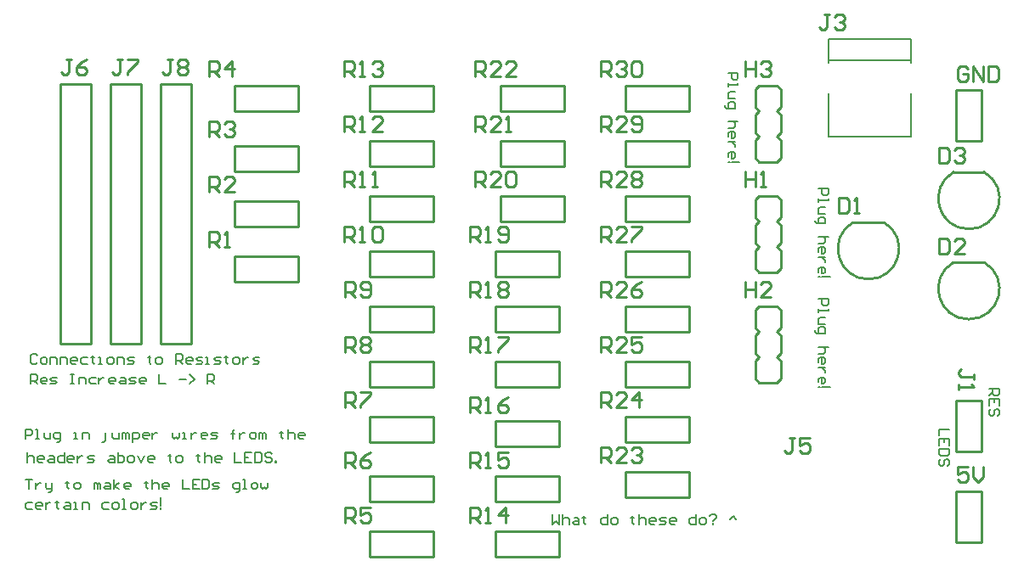
<source format=gto>
G04 Layer_Color=15132400*
%FSLAX24Y24*%
%MOIN*%
G70*
G01*
G75*
%ADD10C,0.0100*%
%ADD22C,0.0079*%
D10*
X46644Y25055D02*
G03*
X47844Y25055I600J-1039D01*
G01*
X46644Y21512D02*
G03*
X47844Y21512I600J-1039D01*
G01*
X42707Y23086D02*
G03*
X43907Y23086I600J-1039D01*
G01*
X46744Y10524D02*
X47244D01*
X46744D02*
Y12524D01*
X47744D01*
Y10524D02*
Y12524D01*
X47244Y10524D02*
X47744D01*
X46744Y26272D02*
X47244D01*
X46744D02*
Y28272D01*
X47744D01*
Y26272D02*
Y28272D01*
X47244Y26272D02*
X47744D01*
X33789Y27453D02*
X36289D01*
X33789D02*
Y28453D01*
X36289Y27453D02*
Y28453D01*
X33789D02*
X36289D01*
X33789Y25287D02*
X36289D01*
X33789D02*
Y26287D01*
X36289Y25287D02*
Y26287D01*
X33789D02*
X36289D01*
X33789Y23122D02*
X36289D01*
X33789D02*
Y24122D01*
X36289Y23122D02*
Y24122D01*
X33789D02*
X36289D01*
X33789Y20957D02*
X36289D01*
X33789D02*
Y21957D01*
X36289Y20957D02*
Y21957D01*
X33789D02*
X36289D01*
X33789Y18791D02*
X36289D01*
X33789D02*
Y19791D01*
X36289Y18791D02*
Y19791D01*
X33789D02*
X36289D01*
X33789Y16626D02*
X36289D01*
X33789D02*
Y17626D01*
X36289Y16626D02*
Y17626D01*
X33789D02*
X36289D01*
X33789Y14461D02*
X36289D01*
X33789D02*
Y15461D01*
X36289Y14461D02*
Y15461D01*
X33789D02*
X36289D01*
X33789Y12295D02*
X36289D01*
X33789D02*
Y13295D01*
X36289Y12295D02*
Y13295D01*
X33789D02*
X36289D01*
X28868Y27453D02*
X31368D01*
X28868D02*
Y28453D01*
X31368Y27453D02*
Y28453D01*
X28868D02*
X31368D01*
X28868Y25287D02*
X31368D01*
X28868D02*
Y26287D01*
X31368Y25287D02*
Y26287D01*
X28868D02*
X31368D01*
X28868Y23122D02*
X31368D01*
X28868D02*
Y24122D01*
X31368Y23122D02*
Y24122D01*
X28868D02*
X31368D01*
X28671Y20957D02*
X31171D01*
X28671D02*
Y21957D01*
X31171Y20957D02*
Y21957D01*
X28671D02*
X31171D01*
X28671Y18791D02*
X31171D01*
X28671D02*
Y19791D01*
X31171Y18791D02*
Y19791D01*
X28671D02*
X31171D01*
X28671Y16626D02*
X31171D01*
X28671D02*
Y17626D01*
X31171Y16626D02*
Y17626D01*
X28671D02*
X31171D01*
X28671Y14264D02*
X31171D01*
X28671D02*
Y15264D01*
X31171Y14264D02*
Y15264D01*
X28671D02*
X31171D01*
X28671Y12098D02*
X31171D01*
X28671D02*
Y13098D01*
X31171Y12098D02*
Y13098D01*
X28671D02*
X31171D01*
X28671Y9933D02*
X31171D01*
X28671D02*
Y10933D01*
X31171Y9933D02*
Y10933D01*
X28671D02*
X31171D01*
X23750Y27453D02*
X26250D01*
X23750D02*
Y28453D01*
X26250Y27453D02*
Y28453D01*
X23750D02*
X26250D01*
X23750Y25287D02*
X26250D01*
X23750D02*
Y26287D01*
X26250Y25287D02*
Y26287D01*
X23750D02*
X26250D01*
X23750Y23122D02*
X26250D01*
X23750D02*
Y24122D01*
X26250Y23122D02*
Y24122D01*
X23750D02*
X26250D01*
X23750Y20957D02*
X26250D01*
X23750D02*
Y21957D01*
X26250Y20957D02*
Y21957D01*
X23750D02*
X26250D01*
X16742Y18325D02*
Y28425D01*
X15542Y18325D02*
Y28525D01*
X16742D01*
Y28425D02*
Y28525D01*
X15542Y18325D02*
X15862D01*
X16742D01*
X14773D02*
Y28425D01*
X13573Y18325D02*
Y28525D01*
X14773D01*
Y28425D02*
Y28525D01*
X13573Y18325D02*
X13893D01*
X14773D01*
X12805D02*
Y28425D01*
X11605Y18325D02*
Y28525D01*
X12805D01*
Y28425D02*
Y28525D01*
X11605Y18325D02*
X11925D01*
X12805D01*
X23750Y18791D02*
X26250D01*
X23750D02*
Y19791D01*
X26250Y18791D02*
Y19791D01*
X23750D02*
X26250D01*
X23750Y16626D02*
X26250D01*
X23750D02*
Y17626D01*
X26250Y16626D02*
Y17626D01*
X23750D02*
X26250D01*
X23750Y14461D02*
X26250D01*
X23750D02*
Y15461D01*
X26250Y14461D02*
Y15461D01*
X23750D02*
X26250D01*
X23750Y12098D02*
X26250D01*
X23750D02*
Y13098D01*
X26250Y12098D02*
Y13098D01*
X23750D02*
X26250D01*
X23750Y9933D02*
X26250D01*
X23750D02*
Y10933D01*
X26250Y9933D02*
Y10933D01*
X23750D02*
X26250D01*
X18435Y27453D02*
X20935D01*
X18435D02*
Y28453D01*
X20935Y27453D02*
Y28453D01*
X18435D02*
X20935D01*
X18435Y25091D02*
X20935D01*
X18435D02*
Y26091D01*
X20935Y25091D02*
Y26091D01*
X18435D02*
X20935D01*
X18435Y22925D02*
X20935D01*
X18435D02*
Y23925D01*
X20935Y22925D02*
Y23925D01*
X18435D02*
X20935D01*
X18435Y20760D02*
X20935D01*
X18435D02*
Y21760D01*
X20935Y20760D02*
Y21760D01*
X18435D02*
X20935D01*
X39020Y25453D02*
X39720D01*
X39870Y26603D02*
Y27303D01*
Y25603D02*
Y26303D01*
Y26603D02*
Y27303D01*
Y25603D02*
Y26303D01*
X39720Y28453D02*
X39870Y28303D01*
Y27603D02*
Y28303D01*
X39720Y27453D02*
X39870Y27603D01*
X39720Y27453D02*
X39870Y27303D01*
X39720Y26453D02*
X39870Y26603D01*
X39720Y26453D02*
X39870Y26303D01*
X39720Y25453D02*
X39870Y25603D01*
X38870D02*
X39020Y25453D01*
X38870Y25603D02*
Y26303D01*
X39020Y26453D01*
X38870Y26603D02*
X39020Y26453D01*
X38870Y26603D02*
Y27303D01*
X39020Y27453D01*
X38870Y27603D02*
X39020Y27453D01*
X38870Y27603D02*
Y28303D01*
X39020Y28453D01*
X39720D01*
X46644Y25055D02*
X47844D01*
X39020Y16791D02*
X39720D01*
X39870Y17941D02*
Y18641D01*
Y16941D02*
Y17641D01*
Y17941D02*
Y18641D01*
Y16941D02*
Y17641D01*
X39720Y19791D02*
X39870Y19641D01*
Y18941D02*
Y19641D01*
X39720Y18791D02*
X39870Y18941D01*
X39720Y18791D02*
X39870Y18641D01*
X39720Y17791D02*
X39870Y17941D01*
X39720Y17791D02*
X39870Y17641D01*
X39720Y16791D02*
X39870Y16941D01*
X38870D02*
X39020Y16791D01*
X38870Y16941D02*
Y17641D01*
X39020Y17791D01*
X38870Y17941D02*
X39020Y17791D01*
X38870Y17941D02*
Y18641D01*
X39020Y18791D01*
X38870Y18941D02*
X39020Y18791D01*
X38870Y18941D02*
Y19641D01*
X39020Y19791D01*
X39720D01*
X46644Y21512D02*
X47844D01*
X39020Y21122D02*
X39720D01*
X39870Y22272D02*
Y22972D01*
Y21272D02*
Y21972D01*
Y22272D02*
Y22972D01*
Y21272D02*
Y21972D01*
X39720Y24122D02*
X39870Y23972D01*
Y23272D02*
Y23972D01*
X39720Y23122D02*
X39870Y23272D01*
X39720Y23122D02*
X39870Y22972D01*
X39720Y22122D02*
X39870Y22272D01*
X39720Y22122D02*
X39870Y21972D01*
X39720Y21122D02*
X39870Y21272D01*
X38870D02*
X39020Y21122D01*
X38870Y21272D02*
Y21972D01*
X39020Y22122D01*
X38870Y22272D02*
X39020Y22122D01*
X38870Y22272D02*
Y22972D01*
X39020Y23122D01*
X38870Y23272D02*
X39020Y23122D01*
X38870Y23272D02*
Y23972D01*
X39020Y24122D01*
X39720D01*
X42707Y23086D02*
X43907D01*
X46744Y14067D02*
X47244D01*
X46744D02*
Y16067D01*
X47744D01*
Y14067D02*
Y16067D01*
X47244Y14067D02*
X47744D01*
X42152Y24032D02*
Y23432D01*
X42452D01*
X42552Y23532D01*
Y23932D01*
X42452Y24032D01*
X42152D01*
X42752Y23432D02*
X42952D01*
X42852D01*
Y24032D01*
X42752Y23932D01*
X46089Y22457D02*
Y21857D01*
X46389D01*
X46489Y21957D01*
Y22357D01*
X46389Y22457D01*
X46089D01*
X47089Y21857D02*
X46689D01*
X47089Y22257D01*
Y22357D01*
X46989Y22457D01*
X46789D01*
X46689Y22357D01*
X46089Y26001D02*
Y25401D01*
X46389D01*
X46489Y25501D01*
Y25901D01*
X46389Y26001D01*
X46089D01*
X46689Y25901D02*
X46789Y26001D01*
X46989D01*
X47089Y25901D01*
Y25801D01*
X46989Y25701D01*
X46889D01*
X46989D01*
X47089Y25601D01*
Y25501D01*
X46989Y25401D01*
X46789D01*
X46689Y25501D01*
X38469Y25068D02*
Y24468D01*
Y24768D01*
X38869D01*
Y25068D01*
Y24468D01*
X39069D02*
X39269D01*
X39169D01*
Y25068D01*
X39069Y24968D01*
X38466Y20738D02*
Y20138D01*
Y20438D01*
X38866D01*
Y20738D01*
Y20138D01*
X39466D02*
X39066D01*
X39466Y20538D01*
Y20638D01*
X39366Y20738D01*
X39166D01*
X39066Y20638D01*
X38470Y29407D02*
Y28807D01*
Y29107D01*
X38870D01*
Y29407D01*
Y28807D01*
X39070Y29307D02*
X39170Y29407D01*
X39370D01*
X39470Y29307D01*
Y29207D01*
X39370Y29107D01*
X39270D01*
X39370D01*
X39470Y29007D01*
Y28907D01*
X39370Y28807D01*
X39170D01*
X39070Y28907D01*
X47193Y29123D02*
X47093Y29223D01*
X46893D01*
X46793Y29123D01*
Y28724D01*
X46893Y28624D01*
X47093D01*
X47193Y28724D01*
Y28924D01*
X46993D01*
X47393Y28624D02*
Y29223D01*
X47793Y28624D01*
Y29223D01*
X47993D02*
Y28624D01*
X48293D01*
X48393Y28724D01*
Y29123D01*
X48293Y29223D01*
X47993D01*
X47450Y16923D02*
Y17123D01*
Y17023D01*
X46950D01*
X46850Y17123D01*
Y17223D01*
X46950Y17323D01*
X46850Y16723D02*
Y16523D01*
Y16623D01*
X47450D01*
X47350Y16723D01*
X41762Y31251D02*
X41562D01*
X41662D01*
Y30751D01*
X41562Y30652D01*
X41462D01*
X41362Y30751D01*
X41962Y31151D02*
X42062Y31251D01*
X42262D01*
X42362Y31151D01*
Y31051D01*
X42262Y30951D01*
X42162D01*
X42262D01*
X42362Y30851D01*
Y30751D01*
X42262Y30652D01*
X42062D01*
X41962Y30751D01*
X47192Y13470D02*
X46793D01*
Y13170D01*
X46993Y13270D01*
X47092D01*
X47192Y13170D01*
Y12970D01*
X47092Y12870D01*
X46893D01*
X46793Y12970D01*
X47392Y13470D02*
Y13070D01*
X47592Y12870D01*
X47792Y13070D01*
Y13470D01*
X40408Y14600D02*
X40208D01*
X40308D01*
Y14100D01*
X40208Y14000D01*
X40108D01*
X40008Y14100D01*
X41008Y14600D02*
X40608D01*
Y14300D01*
X40808Y14400D01*
X40908D01*
X41008Y14300D01*
Y14100D01*
X40908Y14000D01*
X40708D01*
X40608Y14100D01*
X12056Y29480D02*
X11856D01*
X11956D01*
Y28980D01*
X11856Y28880D01*
X11756D01*
X11656Y28980D01*
X12656Y29480D02*
X12456Y29380D01*
X12256Y29180D01*
Y28980D01*
X12356Y28880D01*
X12556D01*
X12656Y28980D01*
Y29080D01*
X12556Y29180D01*
X12256D01*
X14023Y29480D02*
X13823D01*
X13923D01*
Y28980D01*
X13823Y28880D01*
X13723D01*
X13623Y28980D01*
X14223Y29480D02*
X14623D01*
Y29380D01*
X14223Y28980D01*
Y28880D01*
X15990Y29480D02*
X15790D01*
X15890D01*
Y28980D01*
X15790Y28880D01*
X15690D01*
X15590Y28980D01*
X16190Y29380D02*
X16290Y29480D01*
X16490D01*
X16590Y29380D01*
Y29280D01*
X16490Y29180D01*
X16590Y29080D01*
Y28980D01*
X16490Y28880D01*
X16290D01*
X16190Y28980D01*
Y29080D01*
X16290Y29180D01*
X16190Y29280D01*
Y29380D01*
X16290Y29180D02*
X16490D01*
X17444Y22111D02*
Y22711D01*
X17744D01*
X17844Y22611D01*
Y22411D01*
X17744Y22311D01*
X17444D01*
X17644D02*
X17844Y22111D01*
X18044D02*
X18244D01*
X18144D01*
Y22711D01*
X18044Y22611D01*
X17444Y24275D02*
Y24875D01*
X17744D01*
X17844Y24775D01*
Y24575D01*
X17744Y24475D01*
X17444D01*
X17644D02*
X17844Y24275D01*
X18444D02*
X18044D01*
X18444Y24675D01*
Y24775D01*
X18344Y24875D01*
X18144D01*
X18044Y24775D01*
X17444Y26445D02*
Y27045D01*
X17744D01*
X17844Y26945D01*
Y26745D01*
X17744Y26645D01*
X17444D01*
X17644D02*
X17844Y26445D01*
X18044Y26945D02*
X18144Y27045D01*
X18344D01*
X18444Y26945D01*
Y26845D01*
X18344Y26745D01*
X18244D01*
X18344D01*
X18444Y26645D01*
Y26545D01*
X18344Y26445D01*
X18144D01*
X18044Y26545D01*
X17444Y28802D02*
Y29402D01*
X17744D01*
X17844Y29302D01*
Y29102D01*
X17744Y29002D01*
X17444D01*
X17644D02*
X17844Y28802D01*
X18344D02*
Y29402D01*
X18044Y29102D01*
X18444D01*
X22759Y11281D02*
Y11881D01*
X23059D01*
X23159Y11781D01*
Y11581D01*
X23059Y11481D01*
X22759D01*
X22959D02*
X23159Y11281D01*
X23759Y11881D02*
X23359D01*
Y11581D01*
X23559Y11681D01*
X23659D01*
X23759Y11581D01*
Y11381D01*
X23659Y11281D01*
X23459D01*
X23359Y11381D01*
X22759Y13451D02*
Y14051D01*
X23059D01*
X23159Y13951D01*
Y13751D01*
X23059Y13651D01*
X22759D01*
X22959D02*
X23159Y13451D01*
X23759Y14051D02*
X23559Y13951D01*
X23359Y13751D01*
Y13551D01*
X23459Y13451D01*
X23659D01*
X23759Y13551D01*
Y13651D01*
X23659Y13751D01*
X23359D01*
X22759Y15808D02*
Y16408D01*
X23059D01*
X23159Y16308D01*
Y16108D01*
X23059Y16008D01*
X22759D01*
X22959D02*
X23159Y15808D01*
X23359Y16408D02*
X23759D01*
Y16308D01*
X23359Y15908D01*
Y15808D01*
X22759Y17972D02*
Y18572D01*
X23059D01*
X23159Y18472D01*
Y18272D01*
X23059Y18172D01*
X22759D01*
X22959D02*
X23159Y17972D01*
X23359Y18472D02*
X23459Y18572D01*
X23659D01*
X23759Y18472D01*
Y18372D01*
X23659Y18272D01*
X23759Y18172D01*
Y18072D01*
X23659Y17972D01*
X23459D01*
X23359Y18072D01*
Y18172D01*
X23459Y18272D01*
X23359Y18372D01*
Y18472D01*
X23459Y18272D02*
X23659D01*
X22759Y20142D02*
Y20742D01*
X23059D01*
X23159Y20642D01*
Y20442D01*
X23059Y20342D01*
X22759D01*
X22959D02*
X23159Y20142D01*
X23359Y20242D02*
X23459Y20142D01*
X23659D01*
X23759Y20242D01*
Y20642D01*
X23659Y20742D01*
X23459D01*
X23359Y20642D01*
Y20542D01*
X23459Y20442D01*
X23759D01*
X22756Y22311D02*
Y22911D01*
X23056D01*
X23156Y22811D01*
Y22611D01*
X23056Y22511D01*
X22756D01*
X22956D02*
X23156Y22311D01*
X23356D02*
X23556D01*
X23456D01*
Y22911D01*
X23356Y22811D01*
X23856D02*
X23956Y22911D01*
X24156D01*
X24256Y22811D01*
Y22411D01*
X24156Y22311D01*
X23956D01*
X23856Y22411D01*
Y22811D01*
X22756Y24475D02*
Y25075D01*
X23056D01*
X23156Y24975D01*
Y24775D01*
X23056Y24675D01*
X22756D01*
X22956D02*
X23156Y24475D01*
X23356D02*
X23556D01*
X23456D01*
Y25075D01*
X23356Y24975D01*
X23856Y24475D02*
X24056D01*
X23956D01*
Y25075D01*
X23856Y24975D01*
X22756Y26632D02*
Y27232D01*
X23056D01*
X23156Y27132D01*
Y26932D01*
X23056Y26832D01*
X22756D01*
X22956D02*
X23156Y26632D01*
X23356D02*
X23556D01*
X23456D01*
Y27232D01*
X23356Y27132D01*
X24256Y26632D02*
X23856D01*
X24256Y27032D01*
Y27132D01*
X24156Y27232D01*
X23956D01*
X23856Y27132D01*
X22756Y28800D02*
Y29400D01*
X23056D01*
X23156Y29300D01*
Y29100D01*
X23056Y29000D01*
X22756D01*
X22956D02*
X23156Y28800D01*
X23356D02*
X23556D01*
X23456D01*
Y29400D01*
X23356Y29300D01*
X23856D02*
X23956Y29400D01*
X24156D01*
X24256Y29300D01*
Y29200D01*
X24156Y29100D01*
X24056D01*
X24156D01*
X24256Y29000D01*
Y28900D01*
X24156Y28800D01*
X23956D01*
X23856Y28900D01*
X27677Y11279D02*
Y11879D01*
X27977D01*
X28077Y11779D01*
Y11579D01*
X27977Y11479D01*
X27677D01*
X27877D02*
X28077Y11279D01*
X28277D02*
X28477D01*
X28377D01*
Y11879D01*
X28277Y11779D01*
X29077Y11279D02*
Y11879D01*
X28777Y11579D01*
X29177D01*
X27677Y13446D02*
Y14046D01*
X27977D01*
X28077Y13946D01*
Y13746D01*
X27977Y13646D01*
X27677D01*
X27877D02*
X28077Y13446D01*
X28277D02*
X28477D01*
X28377D01*
Y14046D01*
X28277Y13946D01*
X29177Y14046D02*
X28777D01*
Y13746D01*
X28977Y13846D01*
X29077D01*
X29177Y13746D01*
Y13546D01*
X29077Y13446D01*
X28877D01*
X28777Y13546D01*
X27677Y15610D02*
Y16210D01*
X27977D01*
X28077Y16110D01*
Y15910D01*
X27977Y15810D01*
X27677D01*
X27877D02*
X28077Y15610D01*
X28277D02*
X28477D01*
X28377D01*
Y16210D01*
X28277Y16110D01*
X29177Y16210D02*
X28977Y16110D01*
X28777Y15910D01*
Y15710D01*
X28877Y15610D01*
X29077D01*
X29177Y15710D01*
Y15810D01*
X29077Y15910D01*
X28777D01*
X27677Y17975D02*
Y18575D01*
X27977D01*
X28077Y18475D01*
Y18275D01*
X27977Y18175D01*
X27677D01*
X27877D02*
X28077Y17975D01*
X28277D02*
X28477D01*
X28377D01*
Y18575D01*
X28277Y18475D01*
X28777Y18575D02*
X29177D01*
Y18475D01*
X28777Y18075D01*
Y17975D01*
X27677Y20139D02*
Y20738D01*
X27977D01*
X28077Y20638D01*
Y20438D01*
X27977Y20339D01*
X27677D01*
X27877D02*
X28077Y20139D01*
X28277D02*
X28477D01*
X28377D01*
Y20738D01*
X28277Y20638D01*
X28777D02*
X28877Y20738D01*
X29077D01*
X29177Y20638D01*
Y20538D01*
X29077Y20438D01*
X29177Y20339D01*
Y20239D01*
X29077Y20139D01*
X28877D01*
X28777Y20239D01*
Y20339D01*
X28877Y20438D01*
X28777Y20538D01*
Y20638D01*
X28877Y20438D02*
X29077D01*
X27677Y22306D02*
Y22906D01*
X27977D01*
X28077Y22806D01*
Y22606D01*
X27977Y22506D01*
X27677D01*
X27877D02*
X28077Y22306D01*
X28277D02*
X28477D01*
X28377D01*
Y22906D01*
X28277Y22806D01*
X28777Y22406D02*
X28877Y22306D01*
X29077D01*
X29177Y22406D01*
Y22806D01*
X29077Y22906D01*
X28877D01*
X28777Y22806D01*
Y22706D01*
X28877Y22606D01*
X29177D01*
X27874Y24474D02*
Y25073D01*
X28174D01*
X28274Y24974D01*
Y24774D01*
X28174Y24674D01*
X27874D01*
X28074D02*
X28274Y24474D01*
X28874D02*
X28474D01*
X28874Y24874D01*
Y24974D01*
X28774Y25073D01*
X28574D01*
X28474Y24974D01*
X29074D02*
X29174Y25073D01*
X29374D01*
X29474Y24974D01*
Y24574D01*
X29374Y24474D01*
X29174D01*
X29074Y24574D01*
Y24974D01*
X27874Y26638D02*
Y27237D01*
X28174D01*
X28274Y27137D01*
Y26937D01*
X28174Y26837D01*
X27874D01*
X28074D02*
X28274Y26638D01*
X28874D02*
X28474D01*
X28874Y27037D01*
Y27137D01*
X28774Y27237D01*
X28574D01*
X28474Y27137D01*
X29074Y26638D02*
X29274D01*
X29174D01*
Y27237D01*
X29074Y27137D01*
X27874Y28805D02*
Y29405D01*
X28174D01*
X28274Y29305D01*
Y29105D01*
X28174Y29005D01*
X27874D01*
X28074D02*
X28274Y28805D01*
X28874D02*
X28474D01*
X28874Y29205D01*
Y29305D01*
X28774Y29405D01*
X28574D01*
X28474Y29305D01*
X29474Y28805D02*
X29074D01*
X29474Y29205D01*
Y29305D01*
X29374Y29405D01*
X29174D01*
X29074Y29305D01*
X32795Y13650D02*
Y14250D01*
X33095D01*
X33195Y14150D01*
Y13950D01*
X33095Y13850D01*
X32795D01*
X32995D02*
X33195Y13650D01*
X33795D02*
X33395D01*
X33795Y14050D01*
Y14150D01*
X33695Y14250D01*
X33495D01*
X33395Y14150D01*
X33995D02*
X34095Y14250D01*
X34295D01*
X34395Y14150D01*
Y14050D01*
X34295Y13950D01*
X34195D01*
X34295D01*
X34395Y13850D01*
Y13750D01*
X34295Y13650D01*
X34095D01*
X33995Y13750D01*
X32795Y15807D02*
Y16407D01*
X33095D01*
X33195Y16307D01*
Y16107D01*
X33095Y16007D01*
X32795D01*
X32995D02*
X33195Y15807D01*
X33795D02*
X33395D01*
X33795Y16207D01*
Y16307D01*
X33695Y16407D01*
X33495D01*
X33395Y16307D01*
X34295Y15807D02*
Y16407D01*
X33995Y16107D01*
X34395D01*
X32795Y17975D02*
Y18575D01*
X33095D01*
X33195Y18475D01*
Y18275D01*
X33095Y18175D01*
X32795D01*
X32995D02*
X33195Y17975D01*
X33795D02*
X33395D01*
X33795Y18375D01*
Y18475D01*
X33695Y18575D01*
X33495D01*
X33395Y18475D01*
X34395Y18575D02*
X33995D01*
Y18275D01*
X34195Y18375D01*
X34295D01*
X34395Y18275D01*
Y18075D01*
X34295Y17975D01*
X34095D01*
X33995Y18075D01*
X32795Y20139D02*
Y20739D01*
X33095D01*
X33195Y20639D01*
Y20439D01*
X33095Y20339D01*
X32795D01*
X32995D02*
X33195Y20139D01*
X33795D02*
X33395D01*
X33795Y20539D01*
Y20639D01*
X33695Y20739D01*
X33495D01*
X33395Y20639D01*
X34395Y20739D02*
X34195Y20639D01*
X33995Y20439D01*
Y20239D01*
X34095Y20139D01*
X34295D01*
X34395Y20239D01*
Y20339D01*
X34295Y20439D01*
X33995D01*
X32795Y22306D02*
Y22906D01*
X33095D01*
X33195Y22806D01*
Y22606D01*
X33095Y22506D01*
X32795D01*
X32995D02*
X33195Y22306D01*
X33795D02*
X33395D01*
X33795Y22706D01*
Y22806D01*
X33695Y22906D01*
X33495D01*
X33395Y22806D01*
X33995Y22906D02*
X34395D01*
Y22806D01*
X33995Y22406D01*
Y22306D01*
X32800Y24470D02*
Y25070D01*
X33100D01*
X33200Y24970D01*
Y24770D01*
X33100Y24670D01*
X32800D01*
X33000D02*
X33200Y24470D01*
X33800D02*
X33400D01*
X33800Y24870D01*
Y24970D01*
X33700Y25070D01*
X33500D01*
X33400Y24970D01*
X34000D02*
X34100Y25070D01*
X34300D01*
X34399Y24970D01*
Y24870D01*
X34300Y24770D01*
X34399Y24670D01*
Y24570D01*
X34300Y24470D01*
X34100D01*
X34000Y24570D01*
Y24670D01*
X34100Y24770D01*
X34000Y24870D01*
Y24970D01*
X34100Y24770D02*
X34300D01*
X32800Y26640D02*
Y27240D01*
X33100D01*
X33200Y27140D01*
Y26940D01*
X33100Y26840D01*
X32800D01*
X33000D02*
X33200Y26640D01*
X33800D02*
X33400D01*
X33800Y27040D01*
Y27140D01*
X33700Y27240D01*
X33500D01*
X33400Y27140D01*
X34000Y26740D02*
X34100Y26640D01*
X34300D01*
X34399Y26740D01*
Y27140D01*
X34300Y27240D01*
X34100D01*
X34000Y27140D01*
Y27040D01*
X34100Y26940D01*
X34399D01*
X32800Y28806D02*
Y29406D01*
X33100D01*
X33200Y29306D01*
Y29106D01*
X33100Y29006D01*
X32800D01*
X33000D02*
X33200Y28806D01*
X33400Y29306D02*
X33500Y29406D01*
X33700D01*
X33800Y29306D01*
Y29206D01*
X33700Y29106D01*
X33600D01*
X33700D01*
X33800Y29006D01*
Y28906D01*
X33700Y28806D01*
X33500D01*
X33400Y28906D01*
X34000Y29306D02*
X34100Y29406D01*
X34300D01*
X34400Y29306D01*
Y28906D01*
X34300Y28806D01*
X34100D01*
X34000Y28906D01*
Y29306D01*
D22*
X44961Y29449D02*
Y30276D01*
X41732D02*
X44961D01*
X41732Y29449D02*
Y30276D01*
Y26457D02*
Y28150D01*
Y26457D02*
X44961D01*
Y28150D01*
X41732Y29331D02*
Y29449D01*
X44961D01*
Y29331D02*
Y29449D01*
X46457Y14961D02*
X46063D01*
Y14698D01*
X46457Y14305D02*
Y14567D01*
X46063D01*
Y14305D01*
X46260Y14567D02*
Y14436D01*
X46457Y14173D02*
X46063D01*
Y13977D01*
X46129Y13911D01*
X46391D01*
X46457Y13977D01*
Y14173D01*
X46391Y13518D02*
X46457Y13583D01*
Y13714D01*
X46391Y13780D01*
X46325D01*
X46260Y13714D01*
Y13583D01*
X46194Y13518D01*
X46129D01*
X46063Y13583D01*
Y13714D01*
X46129Y13780D01*
X48032Y16535D02*
X48425D01*
Y16339D01*
X48359Y16273D01*
X48228D01*
X48163Y16339D01*
Y16535D01*
Y16404D02*
X48032Y16273D01*
X48425Y15879D02*
Y16142D01*
X48032D01*
Y15879D01*
X48228Y16142D02*
Y16011D01*
X48359Y15486D02*
X48425Y15552D01*
Y15683D01*
X48359Y15748D01*
X48294D01*
X48228Y15683D01*
Y15552D01*
X48163Y15486D01*
X48097D01*
X48032Y15552D01*
Y15683D01*
X48097Y15748D01*
X10695Y17848D02*
X10630Y17913D01*
X10499D01*
X10433Y17848D01*
Y17585D01*
X10499Y17520D01*
X10630D01*
X10695Y17585D01*
X10892Y17520D02*
X11023D01*
X11089Y17585D01*
Y17716D01*
X11023Y17782D01*
X10892D01*
X10827Y17716D01*
Y17585D01*
X10892Y17520D01*
X11220D02*
Y17782D01*
X11417D01*
X11483Y17716D01*
Y17520D01*
X11614D02*
Y17782D01*
X11811D01*
X11876Y17716D01*
Y17520D01*
X12204D02*
X12073D01*
X12007Y17585D01*
Y17716D01*
X12073Y17782D01*
X12204D01*
X12270Y17716D01*
Y17651D01*
X12007D01*
X12663Y17782D02*
X12467D01*
X12401Y17716D01*
Y17585D01*
X12467Y17520D01*
X12663D01*
X12860Y17848D02*
Y17782D01*
X12795D01*
X12926D01*
X12860D01*
Y17585D01*
X12926Y17520D01*
X13122D02*
X13254D01*
X13188D01*
Y17782D01*
X13122D01*
X13516Y17520D02*
X13647D01*
X13713Y17585D01*
Y17716D01*
X13647Y17782D01*
X13516D01*
X13450Y17716D01*
Y17585D01*
X13516Y17520D01*
X13844D02*
Y17782D01*
X14041D01*
X14106Y17716D01*
Y17520D01*
X14238D02*
X14434D01*
X14500Y17585D01*
X14434Y17651D01*
X14303D01*
X14238Y17716D01*
X14303Y17782D01*
X14500D01*
X15090Y17848D02*
Y17782D01*
X15025D01*
X15156D01*
X15090D01*
Y17585D01*
X15156Y17520D01*
X15418D02*
X15550D01*
X15615Y17585D01*
Y17716D01*
X15550Y17782D01*
X15418D01*
X15353Y17716D01*
Y17585D01*
X15418Y17520D01*
X16140D02*
Y17913D01*
X16337D01*
X16402Y17848D01*
Y17716D01*
X16337Y17651D01*
X16140D01*
X16271D02*
X16402Y17520D01*
X16730D02*
X16599D01*
X16533Y17585D01*
Y17716D01*
X16599Y17782D01*
X16730D01*
X16796Y17716D01*
Y17651D01*
X16533D01*
X16927Y17520D02*
X17124D01*
X17189Y17585D01*
X17124Y17651D01*
X16993D01*
X16927Y17716D01*
X16993Y17782D01*
X17189D01*
X17321Y17520D02*
X17452D01*
X17386D01*
Y17782D01*
X17321D01*
X17649Y17520D02*
X17845D01*
X17911Y17585D01*
X17845Y17651D01*
X17714D01*
X17649Y17716D01*
X17714Y17782D01*
X17911D01*
X18108Y17848D02*
Y17782D01*
X18042D01*
X18173D01*
X18108D01*
Y17585D01*
X18173Y17520D01*
X18436D02*
X18567D01*
X18633Y17585D01*
Y17716D01*
X18567Y17782D01*
X18436D01*
X18370Y17716D01*
Y17585D01*
X18436Y17520D01*
X18764Y17782D02*
Y17520D01*
Y17651D01*
X18829Y17716D01*
X18895Y17782D01*
X18961D01*
X19157Y17520D02*
X19354D01*
X19420Y17585D01*
X19354Y17651D01*
X19223D01*
X19157Y17716D01*
X19223Y17782D01*
X19420D01*
X10433Y16732D02*
Y17126D01*
X10630D01*
X10695Y17060D01*
Y16929D01*
X10630Y16863D01*
X10433D01*
X10564D02*
X10695Y16732D01*
X11023D02*
X10892D01*
X10827Y16798D01*
Y16929D01*
X10892Y16995D01*
X11023D01*
X11089Y16929D01*
Y16863D01*
X10827D01*
X11220Y16732D02*
X11417D01*
X11483Y16798D01*
X11417Y16863D01*
X11286D01*
X11220Y16929D01*
X11286Y16995D01*
X11483D01*
X12007Y17126D02*
X12139D01*
X12073D01*
Y16732D01*
X12007D01*
X12139D01*
X12335D02*
Y16995D01*
X12532D01*
X12598Y16929D01*
Y16732D01*
X12991Y16995D02*
X12795D01*
X12729Y16929D01*
Y16798D01*
X12795Y16732D01*
X12991D01*
X13122Y16995D02*
Y16732D01*
Y16863D01*
X13188Y16929D01*
X13254Y16995D01*
X13319D01*
X13713Y16732D02*
X13582D01*
X13516Y16798D01*
Y16929D01*
X13582Y16995D01*
X13713D01*
X13778Y16929D01*
Y16863D01*
X13516D01*
X13975Y16995D02*
X14106D01*
X14172Y16929D01*
Y16732D01*
X13975D01*
X13910Y16798D01*
X13975Y16863D01*
X14172D01*
X14303Y16732D02*
X14500D01*
X14566Y16798D01*
X14500Y16863D01*
X14369D01*
X14303Y16929D01*
X14369Y16995D01*
X14566D01*
X14894Y16732D02*
X14762D01*
X14697Y16798D01*
Y16929D01*
X14762Y16995D01*
X14894D01*
X14959Y16929D01*
Y16863D01*
X14697D01*
X15484Y17126D02*
Y16732D01*
X15746D01*
X16271Y16929D02*
X16533D01*
X16665Y16732D02*
X16861Y16929D01*
X16665Y17126D01*
X17386Y16732D02*
Y17126D01*
X17583D01*
X17649Y17060D01*
Y16929D01*
X17583Y16863D01*
X17386D01*
X17517D02*
X17649Y16732D01*
X41339Y20079D02*
X41732D01*
Y19882D01*
X41667Y19816D01*
X41535D01*
X41470Y19882D01*
Y20079D01*
X41339Y19685D02*
Y19554D01*
Y19620D01*
X41732D01*
Y19685D01*
X41601Y19357D02*
X41404D01*
X41339Y19292D01*
Y19095D01*
X41601D01*
X41207Y18832D02*
Y18767D01*
X41273Y18701D01*
X41601D01*
Y18898D01*
X41535Y18964D01*
X41404D01*
X41339Y18898D01*
Y18701D01*
X41732Y18176D02*
X41339D01*
X41535D01*
X41601Y18111D01*
Y17980D01*
X41535Y17914D01*
X41339D01*
Y17586D02*
Y17717D01*
X41404Y17783D01*
X41535D01*
X41601Y17717D01*
Y17586D01*
X41535Y17521D01*
X41470D01*
Y17783D01*
X41601Y17389D02*
X41339D01*
X41470D01*
X41535Y17324D01*
X41601Y17258D01*
Y17193D01*
X41339Y16799D02*
Y16930D01*
X41404Y16996D01*
X41535D01*
X41601Y16930D01*
Y16799D01*
X41535Y16733D01*
X41470D01*
Y16996D01*
Y16602D02*
X41798D01*
X41404D02*
X41339D01*
Y24409D02*
X41732D01*
Y24213D01*
X41667Y24147D01*
X41535D01*
X41470Y24213D01*
Y24409D01*
X41339Y24016D02*
Y23885D01*
Y23950D01*
X41732D01*
Y24016D01*
X41601Y23688D02*
X41404D01*
X41339Y23622D01*
Y23426D01*
X41601D01*
X41207Y23163D02*
Y23098D01*
X41273Y23032D01*
X41601D01*
Y23229D01*
X41535Y23294D01*
X41404D01*
X41339Y23229D01*
Y23032D01*
X41732Y22507D02*
X41339D01*
X41535D01*
X41601Y22442D01*
Y22310D01*
X41535Y22245D01*
X41339D01*
Y21917D02*
Y22048D01*
X41404Y22114D01*
X41535D01*
X41601Y22048D01*
Y21917D01*
X41535Y21851D01*
X41470D01*
Y22114D01*
X41601Y21720D02*
X41339D01*
X41470D01*
X41535Y21654D01*
X41601Y21589D01*
Y21523D01*
X41339Y21130D02*
Y21261D01*
X41404Y21326D01*
X41535D01*
X41601Y21261D01*
Y21130D01*
X41535Y21064D01*
X41470D01*
Y21326D01*
Y20933D02*
X41798D01*
X41404D02*
X41339D01*
X37795Y28937D02*
X38189D01*
Y28740D01*
X38123Y28675D01*
X37992D01*
X37926Y28740D01*
Y28937D01*
X37795Y28543D02*
Y28412D01*
Y28478D01*
X38189D01*
Y28543D01*
X38058Y28215D02*
X37861D01*
X37795Y28150D01*
Y27953D01*
X38058D01*
X37664Y27691D02*
Y27625D01*
X37730Y27559D01*
X38058D01*
Y27756D01*
X37992Y27822D01*
X37861D01*
X37795Y27756D01*
Y27559D01*
X38189Y27035D02*
X37795D01*
X37992D01*
X38058Y26969D01*
Y26838D01*
X37992Y26772D01*
X37795D01*
Y26444D02*
Y26576D01*
X37861Y26641D01*
X37992D01*
X38058Y26576D01*
Y26444D01*
X37992Y26379D01*
X37926D01*
Y26641D01*
X38058Y26248D02*
X37795D01*
X37926D01*
X37992Y26182D01*
X38058Y26116D01*
Y26051D01*
X37795Y25657D02*
Y25788D01*
X37861Y25854D01*
X37992D01*
X38058Y25788D01*
Y25657D01*
X37992Y25592D01*
X37926D01*
Y25854D01*
Y25460D02*
X38254D01*
X37861D02*
X37795D01*
X30906Y11614D02*
Y11220D01*
X31037Y11352D01*
X31168Y11220D01*
Y11614D01*
X31299D02*
Y11220D01*
Y11417D01*
X31365Y11483D01*
X31496D01*
X31561Y11417D01*
Y11220D01*
X31758Y11483D02*
X31889D01*
X31955Y11417D01*
Y11220D01*
X31758D01*
X31693Y11286D01*
X31758Y11352D01*
X31955D01*
X32152Y11548D02*
Y11483D01*
X32086D01*
X32217D01*
X32152D01*
Y11286D01*
X32217Y11220D01*
X33070Y11614D02*
Y11220D01*
X32873D01*
X32808Y11286D01*
Y11417D01*
X32873Y11483D01*
X33070D01*
X33267Y11220D02*
X33398D01*
X33464Y11286D01*
Y11417D01*
X33398Y11483D01*
X33267D01*
X33201Y11417D01*
Y11286D01*
X33267Y11220D01*
X34054Y11548D02*
Y11483D01*
X33989D01*
X34120D01*
X34054D01*
Y11286D01*
X34120Y11220D01*
X34316Y11614D02*
Y11220D01*
Y11417D01*
X34382Y11483D01*
X34513D01*
X34579Y11417D01*
Y11220D01*
X34907D02*
X34776D01*
X34710Y11286D01*
Y11417D01*
X34776Y11483D01*
X34907D01*
X34972Y11417D01*
Y11352D01*
X34710D01*
X35104Y11220D02*
X35300D01*
X35366Y11286D01*
X35300Y11352D01*
X35169D01*
X35104Y11417D01*
X35169Y11483D01*
X35366D01*
X35694Y11220D02*
X35563D01*
X35497Y11286D01*
Y11417D01*
X35563Y11483D01*
X35694D01*
X35760Y11417D01*
Y11352D01*
X35497D01*
X36547Y11614D02*
Y11220D01*
X36350D01*
X36284Y11286D01*
Y11417D01*
X36350Y11483D01*
X36547D01*
X36744Y11220D02*
X36875D01*
X36940Y11286D01*
Y11417D01*
X36875Y11483D01*
X36744D01*
X36678Y11417D01*
Y11286D01*
X36744Y11220D01*
X37071Y11548D02*
X37137Y11614D01*
X37268D01*
X37334Y11548D01*
Y11483D01*
X37203Y11352D01*
Y11286D02*
Y11220D01*
X37859Y11417D02*
X37990Y11548D01*
X38121Y11417D01*
X10236Y14567D02*
Y14961D01*
X10433D01*
X10499Y14895D01*
Y14764D01*
X10433Y14698D01*
X10236D01*
X10630Y14567D02*
X10761D01*
X10695D01*
Y14961D01*
X10630D01*
X10958Y14829D02*
Y14633D01*
X11023Y14567D01*
X11220D01*
Y14829D01*
X11483Y14436D02*
X11548D01*
X11614Y14501D01*
Y14829D01*
X11417D01*
X11351Y14764D01*
Y14633D01*
X11417Y14567D01*
X11614D01*
X12138D02*
X12270D01*
X12204D01*
Y14829D01*
X12138D01*
X12466Y14567D02*
Y14829D01*
X12663D01*
X12729Y14764D01*
Y14567D01*
X13254Y14436D02*
X13319D01*
X13385Y14501D01*
Y14829D01*
X13647D02*
Y14633D01*
X13713Y14567D01*
X13910D01*
Y14829D01*
X14041Y14567D02*
Y14829D01*
X14106D01*
X14172Y14764D01*
Y14567D01*
Y14764D01*
X14238Y14829D01*
X14303Y14764D01*
Y14567D01*
X14434Y14436D02*
Y14829D01*
X14631D01*
X14697Y14764D01*
Y14633D01*
X14631Y14567D01*
X14434D01*
X15025D02*
X14894D01*
X14828Y14633D01*
Y14764D01*
X14894Y14829D01*
X15025D01*
X15090Y14764D01*
Y14698D01*
X14828D01*
X15221Y14829D02*
Y14567D01*
Y14698D01*
X15287Y14764D01*
X15353Y14829D01*
X15418D01*
X16009D02*
Y14633D01*
X16074Y14567D01*
X16140Y14633D01*
X16205Y14567D01*
X16271Y14633D01*
Y14829D01*
X16402Y14567D02*
X16533D01*
X16468D01*
Y14829D01*
X16402D01*
X16730D02*
Y14567D01*
Y14698D01*
X16796Y14764D01*
X16861Y14829D01*
X16927D01*
X17321Y14567D02*
X17189D01*
X17124Y14633D01*
Y14764D01*
X17189Y14829D01*
X17321D01*
X17386Y14764D01*
Y14698D01*
X17124D01*
X17517Y14567D02*
X17714D01*
X17780Y14633D01*
X17714Y14698D01*
X17583D01*
X17517Y14764D01*
X17583Y14829D01*
X17780D01*
X18370Y14567D02*
Y14895D01*
Y14764D01*
X18304D01*
X18436D01*
X18370D01*
Y14895D01*
X18436Y14961D01*
X18632Y14829D02*
Y14567D01*
Y14698D01*
X18698Y14764D01*
X18764Y14829D01*
X18829D01*
X19092Y14567D02*
X19223D01*
X19288Y14633D01*
Y14764D01*
X19223Y14829D01*
X19092D01*
X19026Y14764D01*
Y14633D01*
X19092Y14567D01*
X19420D02*
Y14829D01*
X19485D01*
X19551Y14764D01*
Y14567D01*
Y14764D01*
X19616Y14829D01*
X19682Y14764D01*
Y14567D01*
X20272Y14895D02*
Y14829D01*
X20207D01*
X20338D01*
X20272D01*
Y14633D01*
X20338Y14567D01*
X20535Y14961D02*
Y14567D01*
Y14764D01*
X20600Y14829D01*
X20732D01*
X20797Y14764D01*
Y14567D01*
X21125D02*
X20994D01*
X20928Y14633D01*
Y14764D01*
X20994Y14829D01*
X21125D01*
X21191Y14764D01*
Y14698D01*
X20928D01*
X10315Y14055D02*
Y13661D01*
Y13858D01*
X10381Y13924D01*
X10512D01*
X10577Y13858D01*
Y13661D01*
X10905D02*
X10774D01*
X10709Y13727D01*
Y13858D01*
X10774Y13924D01*
X10905D01*
X10971Y13858D01*
Y13793D01*
X10709D01*
X11168Y13924D02*
X11299D01*
X11364Y13858D01*
Y13661D01*
X11168D01*
X11102Y13727D01*
X11168Y13793D01*
X11364D01*
X11758Y14055D02*
Y13661D01*
X11561D01*
X11496Y13727D01*
Y13858D01*
X11561Y13924D01*
X11758D01*
X12086Y13661D02*
X11955D01*
X11889Y13727D01*
Y13858D01*
X11955Y13924D01*
X12086D01*
X12152Y13858D01*
Y13793D01*
X11889D01*
X12283Y13924D02*
Y13661D01*
Y13793D01*
X12348Y13858D01*
X12414Y13924D01*
X12480D01*
X12676Y13661D02*
X12873D01*
X12939Y13727D01*
X12873Y13793D01*
X12742D01*
X12676Y13858D01*
X12742Y13924D01*
X12939D01*
X13529D02*
X13660D01*
X13726Y13858D01*
Y13661D01*
X13529D01*
X13464Y13727D01*
X13529Y13793D01*
X13726D01*
X13857Y14055D02*
Y13661D01*
X14054D01*
X14120Y13727D01*
Y13793D01*
Y13858D01*
X14054Y13924D01*
X13857D01*
X14316Y13661D02*
X14447D01*
X14513Y13727D01*
Y13858D01*
X14447Y13924D01*
X14316D01*
X14251Y13858D01*
Y13727D01*
X14316Y13661D01*
X14644Y13924D02*
X14775Y13661D01*
X14907Y13924D01*
X15235Y13661D02*
X15103D01*
X15038Y13727D01*
Y13858D01*
X15103Y13924D01*
X15235D01*
X15300Y13858D01*
Y13793D01*
X15038D01*
X15891Y13989D02*
Y13924D01*
X15825D01*
X15956D01*
X15891D01*
Y13727D01*
X15956Y13661D01*
X16219D02*
X16350D01*
X16415Y13727D01*
Y13858D01*
X16350Y13924D01*
X16219D01*
X16153Y13858D01*
Y13727D01*
X16219Y13661D01*
X17006Y13989D02*
Y13924D01*
X16940D01*
X17071D01*
X17006D01*
Y13727D01*
X17071Y13661D01*
X17268Y14055D02*
Y13661D01*
Y13858D01*
X17334Y13924D01*
X17465D01*
X17530Y13858D01*
Y13661D01*
X17858D02*
X17727D01*
X17662Y13727D01*
Y13858D01*
X17727Y13924D01*
X17858D01*
X17924Y13858D01*
Y13793D01*
X17662D01*
X18449Y14055D02*
Y13661D01*
X18711D01*
X19105Y14055D02*
X18842D01*
Y13661D01*
X19105D01*
X18842Y13858D02*
X18974D01*
X19236Y14055D02*
Y13661D01*
X19433D01*
X19498Y13727D01*
Y13989D01*
X19433Y14055D01*
X19236D01*
X19892Y13989D02*
X19826Y14055D01*
X19695D01*
X19630Y13989D01*
Y13924D01*
X19695Y13858D01*
X19826D01*
X19892Y13793D01*
Y13727D01*
X19826Y13661D01*
X19695D01*
X19630Y13727D01*
X20023Y13661D02*
Y13727D01*
X20089D01*
Y13661D01*
X20023D01*
X10236Y12992D02*
X10499D01*
X10367D01*
Y12598D01*
X10630Y12861D02*
Y12598D01*
Y12730D01*
X10695Y12795D01*
X10761Y12861D01*
X10827D01*
X11023D02*
Y12664D01*
X11089Y12598D01*
X11286D01*
Y12533D01*
X11220Y12467D01*
X11155D01*
X11286Y12598D02*
Y12861D01*
X11876Y12926D02*
Y12861D01*
X11811D01*
X11942D01*
X11876D01*
Y12664D01*
X11942Y12598D01*
X12204D02*
X12335D01*
X12401Y12664D01*
Y12795D01*
X12335Y12861D01*
X12204D01*
X12138Y12795D01*
Y12664D01*
X12204Y12598D01*
X12926D02*
Y12861D01*
X12991D01*
X13057Y12795D01*
Y12598D01*
Y12795D01*
X13122Y12861D01*
X13188Y12795D01*
Y12598D01*
X13385Y12861D02*
X13516D01*
X13582Y12795D01*
Y12598D01*
X13385D01*
X13319Y12664D01*
X13385Y12730D01*
X13582D01*
X13713Y12598D02*
Y12992D01*
Y12730D02*
X13910Y12861D01*
X13713Y12730D02*
X13910Y12598D01*
X14303D02*
X14172D01*
X14106Y12664D01*
Y12795D01*
X14172Y12861D01*
X14303D01*
X14369Y12795D01*
Y12730D01*
X14106D01*
X14959Y12926D02*
Y12861D01*
X14894D01*
X15025D01*
X14959D01*
Y12664D01*
X15025Y12598D01*
X15221Y12992D02*
Y12598D01*
Y12795D01*
X15287Y12861D01*
X15418D01*
X15484Y12795D01*
Y12598D01*
X15812D02*
X15681D01*
X15615Y12664D01*
Y12795D01*
X15681Y12861D01*
X15812D01*
X15877Y12795D01*
Y12730D01*
X15615D01*
X16402Y12992D02*
Y12598D01*
X16665D01*
X17058Y12992D02*
X16796D01*
Y12598D01*
X17058D01*
X16796Y12795D02*
X16927D01*
X17189Y12992D02*
Y12598D01*
X17386D01*
X17452Y12664D01*
Y12926D01*
X17386Y12992D01*
X17189D01*
X17583Y12598D02*
X17780D01*
X17845Y12664D01*
X17780Y12730D01*
X17649D01*
X17583Y12795D01*
X17649Y12861D01*
X17845D01*
X18501Y12467D02*
X18567D01*
X18632Y12533D01*
Y12861D01*
X18436D01*
X18370Y12795D01*
Y12664D01*
X18436Y12598D01*
X18632D01*
X18764D02*
X18895D01*
X18829D01*
Y12992D01*
X18764D01*
X19157Y12598D02*
X19288D01*
X19354Y12664D01*
Y12795D01*
X19288Y12861D01*
X19157D01*
X19092Y12795D01*
Y12664D01*
X19157Y12598D01*
X19485Y12861D02*
Y12664D01*
X19551Y12598D01*
X19616Y12664D01*
X19682Y12598D01*
X19748Y12664D01*
Y12861D01*
X10499Y12073D02*
X10302D01*
X10236Y12008D01*
Y11877D01*
X10302Y11811D01*
X10499D01*
X10827D02*
X10695D01*
X10630Y11877D01*
Y12008D01*
X10695Y12073D01*
X10827D01*
X10892Y12008D01*
Y11942D01*
X10630D01*
X11023Y12073D02*
Y11811D01*
Y11942D01*
X11089Y12008D01*
X11155Y12073D01*
X11220D01*
X11483Y12139D02*
Y12073D01*
X11417D01*
X11548D01*
X11483D01*
Y11877D01*
X11548Y11811D01*
X11811Y12073D02*
X11942D01*
X12007Y12008D01*
Y11811D01*
X11811D01*
X11745Y11877D01*
X11811Y11942D01*
X12007D01*
X12138Y11811D02*
X12270D01*
X12204D01*
Y12073D01*
X12138D01*
X12466Y11811D02*
Y12073D01*
X12663D01*
X12729Y12008D01*
Y11811D01*
X13516Y12073D02*
X13319D01*
X13254Y12008D01*
Y11877D01*
X13319Y11811D01*
X13516D01*
X13713D02*
X13844D01*
X13910Y11877D01*
Y12008D01*
X13844Y12073D01*
X13713D01*
X13647Y12008D01*
Y11877D01*
X13713Y11811D01*
X14041D02*
X14172D01*
X14106D01*
Y12205D01*
X14041D01*
X14434Y11811D02*
X14566D01*
X14631Y11877D01*
Y12008D01*
X14566Y12073D01*
X14434D01*
X14369Y12008D01*
Y11877D01*
X14434Y11811D01*
X14762Y12073D02*
Y11811D01*
Y11942D01*
X14828Y12008D01*
X14894Y12073D01*
X14959D01*
X15156Y11811D02*
X15353D01*
X15418Y11877D01*
X15353Y11942D01*
X15221D01*
X15156Y12008D01*
X15221Y12073D01*
X15418D01*
X15549Y11942D02*
Y12270D01*
Y11877D02*
Y11811D01*
M02*

</source>
